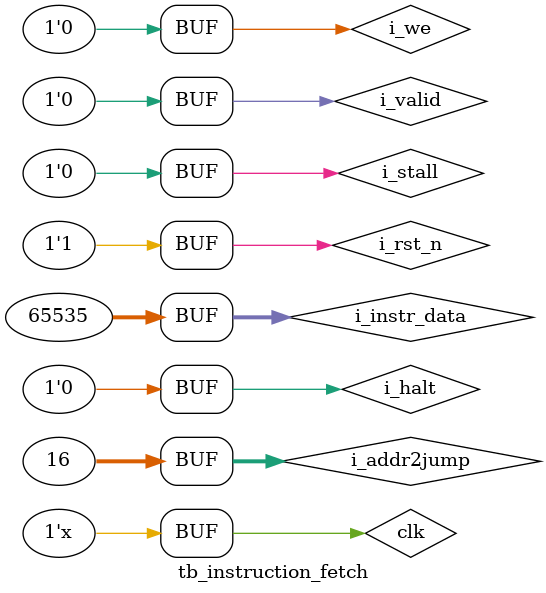
<source format=v>
`timescale 1ns/1ps

module tb_instruction_fetch;

    // Parameters and Registers for Inputs
    reg clk;
    reg i_rst_n;
    reg i_valid;
    reg i_we;
    reg [31:0] i_addr2jump;
    reg [31:0] i_instr_data;
    reg i_halt;
    reg i_stall;

    // Outputs
    wire [31:0] o_pcounter4;
    wire [31:0] o_instruction;

    // Instantiate the instruction_fetch module
    instruction_fetch uut (
        .clk         (clk),
        .i_rst_n     (i_rst_n),
        .i_valid     (i_valid),
        .i_we        (i_we),
        .i_addr2jump (i_addr2jump),
        .i_instr_data(i_instr_data),
        .i_halt      (i_halt),
        .i_stall     (i_stall),
        .o_pcounter4 (o_pcounter4),
        .o_instruction(o_instruction)
    );

    // Clock Generation
    initial clk = 0;
    always #5 clk = ~clk;  // 10ns clock period

    // Test sequence
    initial begin
        // Initialize Inputs
        i_rst_n = 0;
        i_valid = 0;
        i_we = 0;
        i_addr2jump = 0;
        i_instr_data = 0;
        i_halt = 0;
        i_stall = 0;

        // Reset sequence
        #15 i_rst_n = 1;

        i_we = 1;
        i_instr_data = 32'h88888888;
        #10;
        i_we = 0;

        i_we = 1;
        i_instr_data = 32'hFFFFFFFF;
        #10;
        i_we = 0;

        i_we = 1;
        i_instr_data = 32'hA8A8A8A8;
        #10;
        i_we = 0;

        i_we = 1;
        i_instr_data = 32'hAAAAAAAA;
        #10;
        i_we = 0;

        i_we = 1;
        i_instr_data = 32'h0000FFFF;
        #10;
        i_we = 0;



        // Re-reset to ensure program counter starts from 0x00 for fetch
        #20;
        i_rst_n = 0; 
        #10; 
        i_rst_n = 1;
        $display("Program Counter reset to 0. Beginning fetch sequence...");

        // Sequential fetch tests starting from address 0x00 without using display
        #30;

        #20;
        i_rst_n = 0; 
        #10; 
        i_rst_n = 1;

        // jump to 0xC0
        i_addr2jump = 32'h10;
        i_valid = 1;
        #10;
        i_valid = 0;

        #20;
        i_rst_n = 0; 
        #10; 
        i_rst_n = 1;

        // stall
        i_stall = 1;
        #10;
        i_stall = 0;

    end

endmodule

</source>
